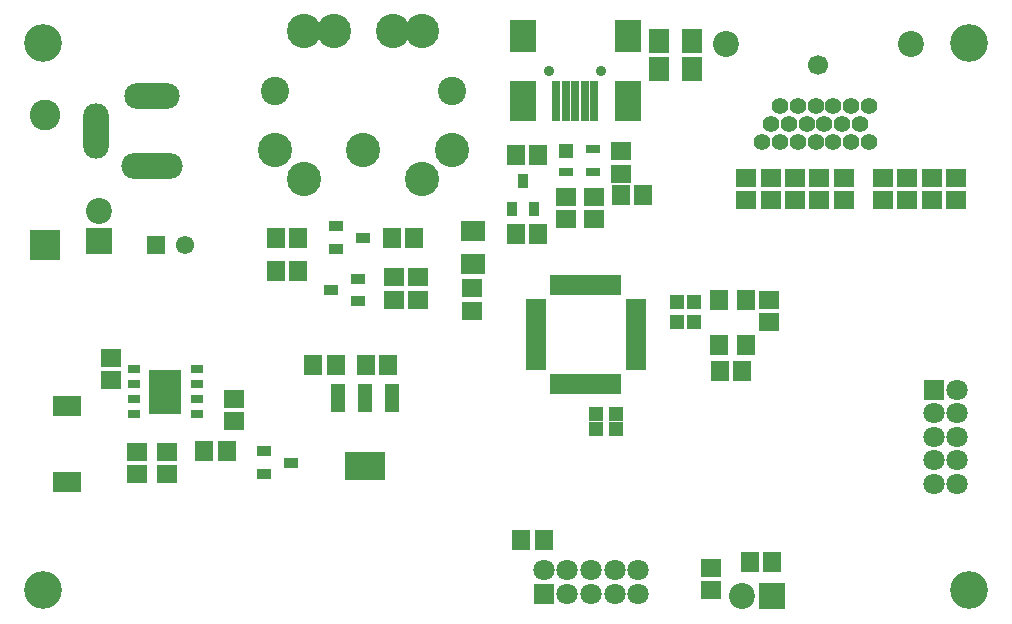
<source format=gbr>
G04 DipTrace 2.4.0.1*
%INmainboard_TopMask.gbr*%
%MOIN*%
%ADD35R,0.063X0.0709*%
%ADD72C,0.0945*%
%ADD73C,0.0669*%
%ADD74C,0.035*%
%ADD75C,0.126*%
%ADD78C,0.0551*%
%ADD86R,0.0197X0.0709*%
%ADD88R,0.0709X0.0197*%
%ADD90R,0.0335X0.0492*%
%ADD92R,0.0945X0.0709*%
%ADD94R,0.0866X0.1063*%
%ADD96R,0.0866X0.1378*%
%ADD98R,0.0276X0.1378*%
%ADD100C,0.0866*%
%ADD102R,0.0866X0.0866*%
%ADD104C,0.0866*%
%ADD105C,0.0709*%
%ADD106R,0.0669X0.0669*%
%ADD108C,0.1142*%
%ADD110O,0.0866X0.185*%
%ADD112O,0.185X0.0866*%
%ADD114O,0.2047X0.0866*%
%ADD116R,0.1358X0.0925*%
%ADD118R,0.0453X0.0925*%
%ADD120R,0.1102X0.1457*%
%ADD122R,0.0433X0.028*%
%ADD124R,0.0472X0.0315*%
%ADD126R,0.0472X0.0472*%
%ADD128R,0.0787X0.0709*%
%ADD130R,0.0492X0.0335*%
%ADD132C,0.1024*%
%ADD133R,0.1024X0.1024*%
%ADD134R,0.0472X0.0512*%
%ADD136R,0.0512X0.0472*%
%ADD138R,0.0709X0.0787*%
%ADD139R,0.0591X0.0669*%
%ADD141R,0.0669X0.0591*%
%ADD143C,0.061*%
%ADD145R,0.061X0.061*%
%FSLAX44Y44*%
G04*
G70*
G90*
G75*
G01*
%LNTopMask*%
%LPD*%
D145*
X9063Y16813D3*
D143*
X10047D3*
D141*
X7563Y12313D3*
Y13061D3*
X11687Y11687D3*
Y10939D3*
X8437Y9187D3*
Y9935D3*
D139*
X15062Y12812D3*
X14314D3*
X16063Y12811D3*
X16811D3*
X27875Y12625D3*
X28623D3*
D141*
X29500Y14250D3*
Y14998D3*
D138*
X26937Y22687D3*
X25835D3*
D136*
X23752Y10688D3*
X24421D3*
X23752Y11188D3*
X24421D3*
D134*
X27002Y14251D3*
Y14920D3*
X26437Y14250D3*
Y14919D3*
D133*
X5375Y16813D3*
D132*
Y21164D3*
D130*
X12688Y9938D3*
Y9190D3*
X13593Y9564D3*
D128*
X19638Y16200D3*
Y17302D3*
D126*
X22750Y19937D3*
D124*
Y19268D3*
X23655D3*
Y20016D3*
D122*
X10437Y11187D3*
Y11687D3*
Y12187D3*
Y12687D3*
X8350D3*
Y12187D3*
Y11687D3*
Y11187D3*
D120*
X9394Y11935D3*
D118*
X16951Y11734D3*
X16045D3*
X15140D3*
D116*
X16045Y9451D3*
D114*
X8937Y19437D3*
D112*
Y21799D3*
D110*
X7087Y20618D3*
D108*
X18937Y20000D3*
X17953Y19015D3*
X13031Y20000D3*
X14016Y19015D3*
X15984Y20000D3*
X16969Y23937D3*
X15000D3*
X17953D3*
X14016D3*
D72*
X18937Y21968D3*
X13031D3*
D106*
X34999Y12000D3*
D105*
X35787D3*
X34999Y11212D3*
X35787D3*
Y10425D3*
X34999D3*
Y9637D3*
X35787D3*
X34999Y8850D3*
X35787D3*
D78*
X31062Y21437D3*
Y20256D3*
X30471Y21437D3*
X29881D3*
X30767Y20846D3*
X30176D3*
X29586D3*
X29290Y20256D3*
X29881D3*
X30471D3*
X31653D3*
X32243D3*
X32834D3*
Y21437D3*
X32243D3*
X31653D3*
X31357Y20846D3*
X31948D3*
X32538D3*
D104*
X34251Y23524D3*
X28070D3*
D73*
X31160Y22815D3*
D106*
X22001Y5187D3*
D105*
Y5975D3*
X22789Y5187D3*
Y5975D3*
X23576D3*
Y5187D3*
X24364D3*
Y5975D3*
X25151Y5187D3*
Y5975D3*
D102*
X29627Y5125D3*
D100*
X28627D3*
D98*
X23687Y21625D3*
X23372D3*
X23057D3*
X22742D3*
X22427D3*
D96*
X24809D3*
X21305D3*
D94*
X24809Y23794D3*
X21305D3*
D74*
X23923Y22632D3*
X22191D3*
D92*
X6125Y11437D3*
Y8917D3*
D141*
X9437Y9187D3*
Y9935D3*
D139*
X10687Y9937D3*
X11435D3*
D141*
X19627Y15375D3*
Y14627D3*
X17813Y15001D3*
Y15749D3*
X17001Y15001D3*
Y15749D3*
D139*
X13812Y15937D3*
X13064D3*
X13062Y17062D3*
X13810D3*
X16937D3*
X17685D3*
X21251Y7000D3*
X21999D3*
D141*
X22750Y17687D3*
Y18435D3*
X23687Y17687D3*
Y18435D3*
D139*
X21811Y19813D3*
X21063D3*
X21062Y17187D3*
X21810D3*
D138*
X26937Y23625D3*
X25835D3*
D141*
X24562Y19937D3*
Y19189D3*
D139*
X25311Y18499D3*
X24563D3*
X29627Y6250D3*
X28879D3*
D141*
X27566Y5313D3*
Y6061D3*
X30377Y19064D3*
Y18316D3*
X31190Y19064D3*
Y18316D3*
X35753Y19064D3*
Y18316D3*
X34940Y19064D3*
Y18316D3*
X28752Y19064D3*
Y18316D3*
X29565Y19064D3*
Y18316D3*
X34128Y19064D3*
Y18316D3*
X33315Y19064D3*
Y18316D3*
X32002Y19064D3*
Y18316D3*
D102*
X7187Y16937D3*
D100*
Y17937D3*
D130*
X15812Y14937D3*
Y15685D3*
X14906Y15311D3*
X15062Y17437D3*
Y16689D3*
X15968Y17063D3*
D90*
X20939Y18031D3*
X21687D3*
X21313Y18937D3*
D88*
X25062Y12750D3*
Y12946D3*
Y13143D3*
Y13340D3*
Y13537D3*
Y13734D3*
Y13931D3*
Y14127D3*
Y14324D3*
Y14521D3*
Y14718D3*
Y14915D3*
D86*
X24491Y15486D3*
X24294D3*
X24097D3*
X23901D3*
X23704D3*
X23507D3*
X23310D3*
X23113D3*
X22916D3*
X22719D3*
X22523D3*
X22326D3*
D88*
X21755Y14915D3*
Y14718D3*
Y14521D3*
Y14324D3*
Y14127D3*
Y13931D3*
Y13734D3*
Y13537D3*
Y13340D3*
Y13143D3*
Y12946D3*
Y12750D3*
D86*
X22326Y12179D3*
X22523D3*
X22719D3*
X22916D3*
X23113D3*
X23310D3*
X23507D3*
X23704D3*
X23901D3*
X24097D3*
X24294D3*
X24491D3*
D35*
X28750Y13500D3*
Y14996D3*
X27844D3*
Y13500D3*
D75*
X5312Y23562D3*
Y5312D3*
X36187Y23562D3*
Y5312D3*
M02*

</source>
